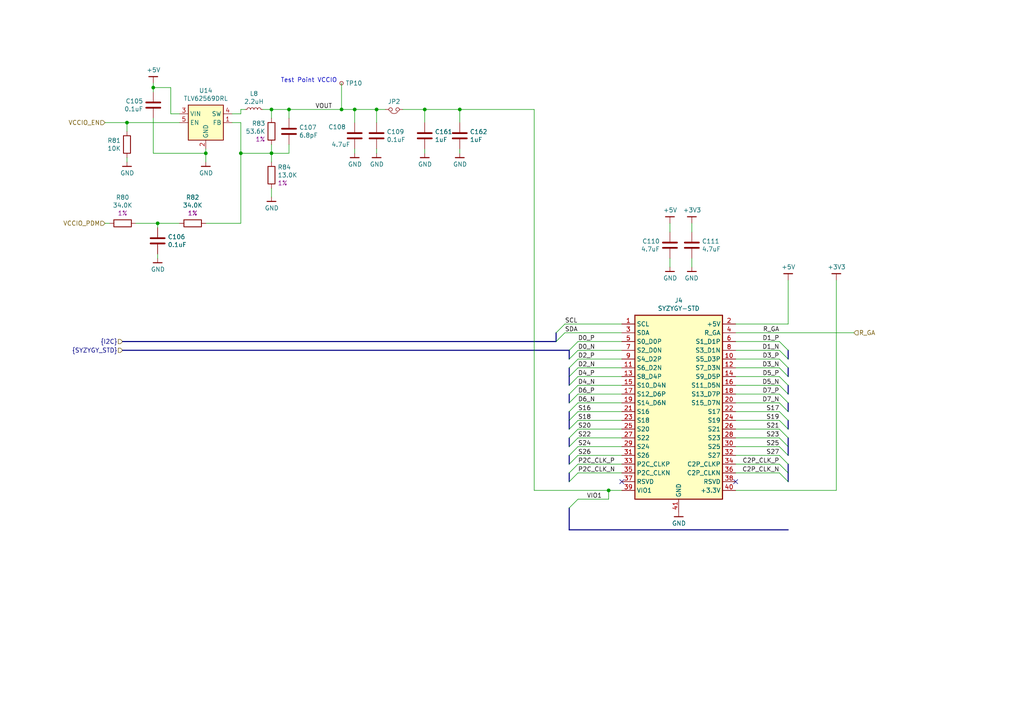
<source format=kicad_sch>
(kicad_sch (version 20200618) (host eeschema "5.99.0-unknown-73168a9~101~ubuntu18.04.1")
  (page 1 18)
  (paper "A4")
  (title_block (title "ButterStick") (date "2020-07-17") (rev "r1.0") (company "GsD") (comment 1 "Functional prototyping board for the Lattice ECP5."))
  (lib_symbols
    (symbol "Connector:TestPoint_Small" (pin_numbers hide) (pin_names (offset 0.762) hide)
      (property "Reference" "TP" (at 0 3.81 0))
      (property "Value" "TestPoint_Small" (at 0 2.032 0))
      (symbol "TestPoint_Small_0_1"
        (circle (center 0 0) (radius 0.508))
      )
      (symbol "TestPoint_Small_1_1"
        (pin passive line (at 0 0 90) (length 0) (name "1") (number "1"))
      )
    )
    (symbol "Device:C" (pin_numbers hide) (pin_names (offset 0.254))
      (property "Reference" "C" (at 0.635 2.54 0))
      (property "Value" "C" (at 0.635 -2.54 0))
      (symbol "C_0_1"
        (polyline (pts (xy -2.032 -0.762) (xy 2.032 -0.762)) (stroke (width 0.508)))
        (polyline (pts (xy -2.032 0.762) (xy 2.032 0.762)) (stroke (width 0.508)))
      )
      (symbol "C_1_1"
        (pin passive line (at 0 3.81 270) (length 2.794) (name "~") (number "1"))
        (pin passive line (at 0 -3.81 90) (length 2.794) (name "~") (number "2"))
      )
    )
    (symbol "Device:Jumper_NC_Small" (pin_numbers hide) (pin_names (offset 0.762) hide)
      (property "Reference" "JP" (at 0 2.032 0))
      (property "Value" "Jumper_NC_Small" (at 0.254 -1.524 0))
      (symbol "Jumper_NC_Small_0_1"
        (arc (start 1.016 0.762) (end -1.016 0.762) (radius (at 0 -0.254) (length 1.4478) (angles 45 135)))
        (circle (center -1.016 0) (radius 0.508))
        (circle (center 1.016 0) (radius 0.508))
        (pin passive line (at -2.54 0 0) (length 1.016) (name "1") (number "1"))
        (pin passive line (at 2.54 0 180) (length 1.016) (name "2") (number "2"))
      )
    )
    (symbol "Device:L_Small" (pin_numbers hide) (pin_names (offset 0.254) hide)
      (property "Reference" "L" (at 0.762 1.016 0))
      (property "Value" "L_Small" (at 0.762 -1.016 0))
      (symbol "L_Small_0_1"
        (arc (start 0 -2.032) (end 0 -1.016) (radius (at 0 -1.524) (length 0.508) (angles -89.9 89.9)))
        (arc (start 0 -1.016) (end 0 0) (radius (at 0 -0.508) (length 0.508) (angles -89.9 89.9)))
        (arc (start 0 0) (end 0 1.016) (radius (at 0 0.508) (length 0.508) (angles -89.9 89.9)))
        (arc (start 0 1.016) (end 0 2.032) (radius (at 0 1.524) (length 0.508) (angles -89.9 89.9)))
      )
      (symbol "L_Small_1_1"
        (pin passive line (at 0 2.54 270) (length 0.508) (name "~") (number "1"))
        (pin passive line (at 0 -2.54 90) (length 0.508) (name "~") (number "2"))
      )
    )
    (symbol "Device:R" (pin_numbers hide) (pin_names (offset 0))
      (property "Reference" "R" (at 2.032 0 90))
      (property "Value" "R" (at 0 0 90))
      (symbol "R_0_1"
        (rectangle (start -1.016 -2.54) (end 1.016 2.54) (stroke (width 0.254)))
      )
      (symbol "R_1_1"
        (pin passive line (at 0 3.81 270) (length 1.27) (name "~") (number "1"))
        (pin passive line (at 0 -3.81 90) (length 1.27) (name "~") (number "2"))
      )
    )
    (symbol "Device:R_1" (pin_numbers hide) (pin_names (offset 0))
      (property "Reference" "R" (at 2.032 0 90))
      (property "Value" "R" (at 0 0 90))
      (symbol "R_1_0_1"
        (rectangle (start -1.016 -2.54) (end 1.016 2.54) (stroke (width 0.254)))
      )
      (symbol "R_1_1_1"
        (pin passive line (at 0 3.81 270) (length 1.27) (name "~") (number "1"))
        (pin passive line (at 0 -3.81 90) (length 1.27) (name "~") (number "2"))
      )
    )
    (symbol "Device:R_2" (pin_numbers hide) (pin_names (offset 0))
      (property "Reference" "R" (at 2.032 0 90))
      (property "Value" "R" (at 0 0 90))
      (symbol "R_2_0_1"
        (rectangle (start -1.016 -2.54) (end 1.016 2.54) (stroke (width 0.254)))
      )
      (symbol "R_2_1_1"
        (pin passive line (at 0 3.81 270) (length 1.27) (name "~") (number "1"))
        (pin passive line (at 0 -3.81 90) (length 1.27) (name "~") (number "2"))
      )
    )
    (symbol "Device:R_3" (pin_numbers hide) (pin_names (offset 0))
      (property "Reference" "R" (at 2.032 0 90))
      (property "Value" "R" (at 0 0 90))
      (symbol "R_3_0_1"
        (rectangle (start -1.016 -2.54) (end 1.016 2.54) (stroke (width 0.254)))
      )
      (symbol "R_3_1_1"
        (pin passive line (at 0 3.81 270) (length 1.27) (name "~") (number "1"))
        (pin passive line (at 0 -3.81 90) (length 1.27) (name "~") (number "2"))
      )
    )
    (symbol "Device:R_4" (pin_numbers hide) (pin_names (offset 0))
      (property "Reference" "R" (at 2.032 0 90))
      (property "Value" "R" (at 0 0 90))
      (symbol "R_4_0_1"
        (rectangle (start -1.016 -2.54) (end 1.016 2.54) (stroke (width 0.254)))
      )
      (symbol "R_4_1_1"
        (pin passive line (at 0 3.81 270) (length 1.27) (name "~") (number "1"))
        (pin passive line (at 0 -3.81 90) (length 1.27) (name "~") (number "2"))
      )
    )
    (symbol "Regulator_Switching:TLV62569DRL" (pin_names (offset 0.508))
      (property "Reference" "U" (at -5.08 6.35 0))
      (property "Value" "TLV62569DRL" (at 0 6.35 0))
      (symbol "TLV62569DRL_0_1"
        (rectangle (start -5.08 5.08) (end 5.08 -5.08) (stroke (width 0.254)) (fill (type background)))
      )
      (symbol "TLV62569DRL_1_1"
        (pin input line (at 7.62 0 180) (length 2.54) (name "FB") (number "1"))
        (pin power_in line (at 0 -7.62 90) (length 2.54) (name "GND") (number "2"))
        (pin power_in line (at -7.62 2.54 0) (length 2.54) (name "VIN") (number "3"))
        (pin power_out line (at 7.62 2.54 180) (length 2.54) (name "SW") (number "4"))
        (pin input line (at -7.62 0 0) (length 2.54) (name "EN") (number "5"))
        (pin unconnected line (at 5.08 -2.54 180) (length 2.54) hide (name "NC") (number "6"))
      )
    )
    (symbol "gkl_misc:SYZYGY-STD"
      (property "Reference" "J" (at 0 27.94 0))
      (property "Value" "SYZYGY-STD" (at 0 25.4 0))
      (symbol "SYZYGY-STD_0_1"
        (rectangle (start -12.7 24.13) (end 12.7 -29.21) (stroke (width 0.3302)) (fill (type background)))
      )
      (symbol "SYZYGY-STD_1_1"
        (pin input line (at -16.51 21.59 0) (length 3.81) (name "SCL") (number "1"))
        (pin input line (at 16.51 11.43 180) (length 3.81) (name "S5_D3P") (number "10"))
        (pin input line (at -16.51 8.89 0) (length 3.81) (name "S6_D2N") (number "11"))
        (pin input line (at 16.51 8.89 180) (length 3.81) (name "S7_D3N") (number "12"))
        (pin input line (at -16.51 6.35 0) (length 3.81) (name "S8_D4P") (number "13"))
        (pin input line (at 16.51 6.35 180) (length 3.81) (name "S9_D5P") (number "14"))
        (pin input line (at -16.51 3.81 0) (length 3.81) (name "S10_D4N") (number "15"))
        (pin input line (at 16.51 3.81 180) (length 3.81) (name "S11_D5N") (number "16"))
        (pin input line (at -16.51 1.27 0) (length 3.81) (name "S12_D6P") (number "17"))
        (pin input line (at 16.51 1.27 180) (length 3.81) (name "S13_D7P") (number "18"))
        (pin input line (at -16.51 -1.27 0) (length 3.81) (name "S14_D6N") (number "19"))
        (pin input line (at 16.51 21.59 180) (length 3.81) (name "+5V") (number "2"))
        (pin input line (at 16.51 -1.27 180) (length 3.81) (name "S15_D7N") (number "20"))
        (pin input line (at -16.51 -3.81 0) (length 3.81) (name "S16") (number "21"))
        (pin input line (at 16.51 -3.81 180) (length 3.81) (name "S17") (number "22"))
        (pin input line (at -16.51 -6.35 0) (length 3.81) (name "S18") (number "23"))
        (pin input line (at 16.51 -6.35 180) (length 3.81) (name "S19") (number "24"))
        (pin input line (at -16.51 -8.89 0) (length 3.81) (name "S20") (number "25"))
        (pin input line (at 16.51 -8.89 180) (length 3.81) (name "S21") (number "26"))
        (pin input line (at -16.51 -11.43 0) (length 3.81) (name "S22") (number "27"))
        (pin input line (at 16.51 -11.43 180) (length 3.81) (name "S23") (number "28"))
        (pin input line (at -16.51 -13.97 0) (length 3.81) (name "S24") (number "29"))
        (pin input line (at -16.51 19.05 0) (length 3.81) (name "SDA") (number "3"))
        (pin input line (at 16.51 -13.97 180) (length 3.81) (name "S25") (number "30"))
        (pin input line (at -16.51 -16.51 0) (length 3.81) (name "S26") (number "31"))
        (pin input line (at 16.51 -16.51 180) (length 3.81) (name "S27") (number "32"))
        (pin input line (at -16.51 -19.05 0) (length 3.81) (name "P2C_CLKP") (number "33"))
        (pin input line (at 16.51 -19.05 180) (length 3.81) (name "C2P_CLKP") (number "34"))
        (pin input line (at -16.51 -21.59 0) (length 3.81) (name "P2C_CLKN") (number "35"))
        (pin input line (at 16.51 -21.59 180) (length 3.81) (name "C2P_CLKN") (number "36"))
        (pin input line (at -16.51 -24.13 0) (length 3.81) (name "RSVD") (number "37"))
        (pin input line (at 16.51 -24.13 180) (length 3.81) (name "RSVD") (number "38"))
        (pin input line (at -16.51 -26.67 0) (length 3.81) (name "VIO1") (number "39"))
        (pin input line (at 16.51 19.05 180) (length 3.81) (name "R_GA") (number "4"))
        (pin input line (at 16.51 -26.67 180) (length 3.81) (name "+3.3V") (number "40"))
        (pin input line (at 0 -33.02 90) (length 3.81) (name "GND") (number "41"))
        (pin input line (at -16.51 16.51 0) (length 3.81) (name "S0_D0P") (number "5"))
        (pin input line (at 16.51 16.51 180) (length 3.81) (name "S1_D1P") (number "6"))
        (pin input line (at -16.51 13.97 0) (length 3.81) (name "S2_D0N") (number "7"))
        (pin input line (at 16.51 13.97 180) (length 3.81) (name "S3_D1N") (number "8"))
        (pin input line (at -16.51 11.43 0) (length 3.81) (name "S4_D2P") (number "9"))
      )
    )
    (symbol "gkl_power:+3V3" (power) (pin_names (offset 0))
      (property "Value" "+3V3" (at 0 3.556 0))
      (symbol "+3V3_0_1"
        (polyline (pts (xy -1.27 1.905) (xy 1.27 1.905)) (stroke (width 0.3048)))
        (polyline (pts (xy 0 0) (xy 0 1.905)))
      )
      (symbol "+3V3_1_1"
        (pin power_in line (at 0 0 90) (length 0) hide (name "+3V3") (number "1"))
      )
    )
    (symbol "gkl_power:+5V" (power) (pin_names (offset 0))
      (property "Value" "+5V" (at 0 3.175 0))
      (symbol "+5V_0_1"
        (polyline (pts (xy -1.27 1.905) (xy 1.27 1.905)) (stroke (width 0.3048)))
        (polyline (pts (xy 0 0) (xy 0 1.905)))
      )
      (symbol "+5V_1_1"
        (pin power_in line (at 0 0 90) (length 0) hide (name "+5V") (number "1"))
      )
    )
    (symbol "gkl_power:GND" (power) (pin_names (offset 0))
      (property "Value" "GND" (at 0 -2.54 0))
      (symbol "GND_0_1"
        (polyline (pts (xy 0 -1.27) (xy 0 0)))
        (polyline (pts (xy 1.27 -1.27) (xy -1.27 -1.27)) (stroke (width 0.3048)))
      )
      (symbol "GND_1_1"
        (pin power_in line (at 0 0 270) (length 0) hide (name "GND") (number "1"))
      )
    )
  )
  (junction (at 36.83 35.56))
  (junction (at 44.45 25.4))
  (junction (at 45.72 64.77))
  (junction (at 59.69 44.45))
  (junction (at 69.85 44.45))
  (junction (at 78.74 31.75))
  (junction (at 78.74 44.45))
  (junction (at 83.82 31.75))
  (junction (at 99.06 31.75))
  (junction (at 102.87 31.75))
  (junction (at 109.22 31.75))
  (junction (at 123.19 31.75))
  (junction (at 133.35 31.75))
  (junction (at 176.53 142.24))
  (no_connect (at 213.36 139.7))
  (no_connect (at 180.34 139.7))
  (bus_entry (at 161.29 96.52) (size 2.54 -2.54) (stroke (width 0.1524)))
  (bus_entry (at 161.29 99.06) (size 2.54 -2.54) (stroke (width 0.1524)))
  (bus_entry (at 165.1 101.6) (size 2.54 -2.54) (stroke (width 0.1524)))
  (bus_entry (at 165.1 104.14) (size 2.54 -2.54) (stroke (width 0.1524)))
  (bus_entry (at 165.1 106.68) (size 2.54 -2.54) (stroke (width 0.1524)))
  (bus_entry (at 165.1 109.22) (size 2.54 -2.54) (stroke (width 0.1524)))
  (bus_entry (at 165.1 111.76) (size 2.54 -2.54) (stroke (width 0.1524)))
  (bus_entry (at 165.1 114.3) (size 2.54 -2.54) (stroke (width 0.1524)))
  (bus_entry (at 165.1 116.84) (size 2.54 -2.54) (stroke (width 0.1524)))
  (bus_entry (at 165.1 119.38) (size 2.54 -2.54) (stroke (width 0.1524)))
  (bus_entry (at 165.1 121.92) (size 2.54 -2.54) (stroke (width 0.1524)))
  (bus_entry (at 165.1 124.46) (size 2.54 -2.54) (stroke (width 0.1524)))
  (bus_entry (at 165.1 127) (size 2.54 -2.54) (stroke (width 0.1524)))
  (bus_entry (at 165.1 129.54) (size 2.54 -2.54) (stroke (width 0.1524)))
  (bus_entry (at 165.1 132.08) (size 2.54 -2.54) (stroke (width 0.1524)))
  (bus_entry (at 165.1 134.62) (size 2.54 -2.54) (stroke (width 0.1524)))
  (bus_entry (at 165.1 137.16) (size 2.54 -2.54) (stroke (width 0.1524)))
  (bus_entry (at 165.1 139.7) (size 2.54 -2.54) (stroke (width 0.1524)))
  (bus_entry (at 165.1 147.32) (size 2.54 -2.54) (stroke (width 0.1524)))
  (bus_entry (at 228.6 101.6) (size -2.54 -2.54) (stroke (width 0.1524)))
  (bus_entry (at 228.6 104.14) (size -2.54 -2.54) (stroke (width 0.1524)))
  (bus_entry (at 228.6 106.68) (size -2.54 -2.54) (stroke (width 0.1524)))
  (bus_entry (at 228.6 109.22) (size -2.54 -2.54) (stroke (width 0.1524)))
  (bus_entry (at 228.6 111.76) (size -2.54 -2.54) (stroke (width 0.1524)))
  (bus_entry (at 228.6 114.3) (size -2.54 -2.54) (stroke (width 0.1524)))
  (bus_entry (at 228.6 116.84) (size -2.54 -2.54) (stroke (width 0.1524)))
  (bus_entry (at 228.6 119.38) (size -2.54 -2.54) (stroke (width 0.1524)))
  (bus_entry (at 228.6 121.92) (size -2.54 -2.54) (stroke (width 0.1524)))
  (bus_entry (at 228.6 124.46) (size -2.54 -2.54) (stroke (width 0.1524)))
  (bus_entry (at 228.6 127) (size -2.54 -2.54) (stroke (width 0.1524)))
  (bus_entry (at 228.6 129.54) (size -2.54 -2.54) (stroke (width 0.1524)))
  (bus_entry (at 228.6 132.08) (size -2.54 -2.54) (stroke (width 0.1524)))
  (bus_entry (at 228.6 134.62) (size -2.54 -2.54) (stroke (width 0.1524)))
  (bus_entry (at 228.6 137.16) (size -2.54 -2.54) (stroke (width 0.1524)))
  (bus_entry (at 228.6 139.7) (size -2.54 -2.54) (stroke (width 0.1524)))
  (wire (pts (xy 30.48 35.56) (xy 36.83 35.56)))
  (wire (pts (xy 30.48 64.77) (xy 31.75 64.77)))
  (wire (pts (xy 36.83 35.56) (xy 36.83 38.1)))
  (wire (pts (xy 36.83 35.56) (xy 52.07 35.56)))
  (wire (pts (xy 36.83 45.72) (xy 36.83 46.99)))
  (wire (pts (xy 39.37 64.77) (xy 45.72 64.77)))
  (wire (pts (xy 44.45 24.13) (xy 44.45 25.4)))
  (wire (pts (xy 44.45 25.4) (xy 44.45 26.67)))
  (wire (pts (xy 44.45 34.29) (xy 44.45 44.45)))
  (wire (pts (xy 44.45 44.45) (xy 59.69 44.45)))
  (wire (pts (xy 45.72 64.77) (xy 52.07 64.77)))
  (wire (pts (xy 45.72 66.04) (xy 45.72 64.77)))
  (wire (pts (xy 45.72 73.66) (xy 45.72 74.93)))
  (wire (pts (xy 49.53 25.4) (xy 44.45 25.4)))
  (wire (pts (xy 49.53 25.4) (xy 49.53 33.02)))
  (wire (pts (xy 52.07 33.02) (xy 49.53 33.02)))
  (wire (pts (xy 59.69 44.45) (xy 59.69 43.18)))
  (wire (pts (xy 59.69 44.45) (xy 59.69 46.99)))
  (wire (pts (xy 59.69 64.77) (xy 69.85 64.77)))
  (wire (pts (xy 67.31 33.02) (xy 69.85 33.02)))
  (wire (pts (xy 67.31 35.56) (xy 69.85 35.56)))
  (wire (pts (xy 69.85 31.75) (xy 71.12 31.75)))
  (wire (pts (xy 69.85 33.02) (xy 69.85 31.75)))
  (wire (pts (xy 69.85 35.56) (xy 69.85 44.45)))
  (wire (pts (xy 69.85 44.45) (xy 69.85 64.77)))
  (wire (pts (xy 69.85 44.45) (xy 78.74 44.45)))
  (wire (pts (xy 76.2 31.75) (xy 78.74 31.75)))
  (wire (pts (xy 78.74 31.75) (xy 78.74 34.29)))
  (wire (pts (xy 78.74 31.75) (xy 83.82 31.75)))
  (wire (pts (xy 78.74 41.91) (xy 78.74 44.45)))
  (wire (pts (xy 78.74 44.45) (xy 78.74 46.99)))
  (wire (pts (xy 78.74 54.61) (xy 78.74 57.15)))
  (wire (pts (xy 83.82 31.75) (xy 83.82 34.29)))
  (wire (pts (xy 83.82 31.75) (xy 99.06 31.75)))
  (wire (pts (xy 83.82 41.91) (xy 83.82 44.45)))
  (wire (pts (xy 83.82 44.45) (xy 78.74 44.45)))
  (wire (pts (xy 99.06 24.13) (xy 99.06 31.75)))
  (wire (pts (xy 99.06 31.75) (xy 102.87 31.75)))
  (wire (pts (xy 102.87 35.56) (xy 102.87 31.75)))
  (wire (pts (xy 102.87 43.18) (xy 102.87 44.45)))
  (wire (pts (xy 109.22 31.75) (xy 102.87 31.75)))
  (wire (pts (xy 109.22 31.75) (xy 109.22 35.56)))
  (wire (pts (xy 109.22 31.75) (xy 111.76 31.75)))
  (wire (pts (xy 109.22 43.18) (xy 109.22 44.45)))
  (wire (pts (xy 116.84 31.75) (xy 123.19 31.75)))
  (wire (pts (xy 123.19 31.75) (xy 123.19 35.56)))
  (wire (pts (xy 123.19 31.75) (xy 133.35 31.75)))
  (wire (pts (xy 123.19 43.18) (xy 123.19 44.45)))
  (wire (pts (xy 133.35 31.75) (xy 133.35 35.56)))
  (wire (pts (xy 133.35 31.75) (xy 154.94 31.75)))
  (wire (pts (xy 133.35 43.18) (xy 133.35 44.45)))
  (wire (pts (xy 154.94 31.75) (xy 154.94 142.24)))
  (wire (pts (xy 154.94 142.24) (xy 176.53 142.24)))
  (wire (pts (xy 163.83 93.98) (xy 180.34 93.98)))
  (wire (pts (xy 163.83 96.52) (xy 180.34 96.52)))
  (wire (pts (xy 167.64 99.06) (xy 180.34 99.06)))
  (wire (pts (xy 167.64 101.6) (xy 180.34 101.6)))
  (wire (pts (xy 167.64 104.14) (xy 180.34 104.14)))
  (wire (pts (xy 167.64 106.68) (xy 180.34 106.68)))
  (wire (pts (xy 167.64 109.22) (xy 180.34 109.22)))
  (wire (pts (xy 167.64 111.76) (xy 180.34 111.76)))
  (wire (pts (xy 167.64 114.3) (xy 180.34 114.3)))
  (wire (pts (xy 167.64 116.84) (xy 180.34 116.84)))
  (wire (pts (xy 167.64 119.38) (xy 180.34 119.38)))
  (wire (pts (xy 167.64 121.92) (xy 180.34 121.92)))
  (wire (pts (xy 167.64 124.46) (xy 180.34 124.46)))
  (wire (pts (xy 167.64 127) (xy 180.34 127)))
  (wire (pts (xy 167.64 129.54) (xy 180.34 129.54)))
  (wire (pts (xy 167.64 132.08) (xy 180.34 132.08)))
  (wire (pts (xy 167.64 134.62) (xy 180.34 134.62)))
  (wire (pts (xy 167.64 137.16) (xy 180.34 137.16)))
  (wire (pts (xy 167.64 144.78) (xy 176.53 144.78)))
  (wire (pts (xy 176.53 142.24) (xy 180.34 142.24)))
  (wire (pts (xy 176.53 144.78) (xy 176.53 142.24)))
  (wire (pts (xy 194.31 64.77) (xy 194.31 67.31)))
  (wire (pts (xy 194.31 74.93) (xy 194.31 77.47)))
  (wire (pts (xy 200.66 64.77) (xy 200.66 67.31)))
  (wire (pts (xy 200.66 74.93) (xy 200.66 77.47)))
  (wire (pts (xy 213.36 93.98) (xy 228.6 93.98)))
  (wire (pts (xy 213.36 96.52) (xy 247.65 96.52)))
  (wire (pts (xy 213.36 99.06) (xy 226.06 99.06)))
  (wire (pts (xy 213.36 101.6) (xy 226.06 101.6)))
  (wire (pts (xy 213.36 104.14) (xy 226.06 104.14)))
  (wire (pts (xy 213.36 106.68) (xy 226.06 106.68)))
  (wire (pts (xy 213.36 109.22) (xy 226.06 109.22)))
  (wire (pts (xy 213.36 111.76) (xy 226.06 111.76)))
  (wire (pts (xy 213.36 114.3) (xy 226.06 114.3)))
  (wire (pts (xy 213.36 116.84) (xy 226.06 116.84)))
  (wire (pts (xy 213.36 119.38) (xy 226.06 119.38)))
  (wire (pts (xy 213.36 121.92) (xy 226.06 121.92)))
  (wire (pts (xy 213.36 124.46) (xy 226.06 124.46)))
  (wire (pts (xy 213.36 127) (xy 226.06 127)))
  (wire (pts (xy 213.36 129.54) (xy 226.06 129.54)))
  (wire (pts (xy 213.36 132.08) (xy 226.06 132.08)))
  (wire (pts (xy 213.36 134.62) (xy 226.06 134.62)))
  (wire (pts (xy 213.36 137.16) (xy 226.06 137.16)))
  (wire (pts (xy 213.36 142.24) (xy 242.57 142.24)))
  (wire (pts (xy 228.6 93.98) (xy 228.6 81.28)))
  (wire (pts (xy 242.57 142.24) (xy 242.57 81.28)))
  (bus (pts (xy 35.56 99.06) (xy 161.29 99.06)))
  (bus (pts (xy 35.56 101.6) (xy 165.1 101.6)))
  (bus (pts (xy 161.29 96.52) (xy 161.29 99.06)))
  (bus (pts (xy 165.1 101.6) (xy 165.1 106.68)))
  (bus (pts (xy 165.1 106.68) (xy 165.1 109.22)))
  (bus (pts (xy 165.1 109.22) (xy 165.1 114.3)))
  (bus (pts (xy 165.1 114.3) (xy 165.1 119.38)))
  (bus (pts (xy 165.1 119.38) (xy 165.1 121.92)))
  (bus (pts (xy 165.1 121.92) (xy 165.1 127)))
  (bus (pts (xy 165.1 127) (xy 165.1 132.08)))
  (bus (pts (xy 165.1 132.08) (xy 165.1 137.16)))
  (bus (pts (xy 165.1 137.16) (xy 165.1 147.32)))
  (bus (pts (xy 165.1 147.32) (xy 165.1 153.67)))
  (bus (pts (xy 165.1 153.67) (xy 228.6 153.67)))
  (bus (pts (xy 228.6 101.6) (xy 228.6 106.68)))
  (bus (pts (xy 228.6 106.68) (xy 228.6 111.76)))
  (bus (pts (xy 228.6 111.76) (xy 228.6 116.84)))
  (bus (pts (xy 228.6 116.84) (xy 228.6 121.92)))
  (bus (pts (xy 228.6 121.92) (xy 228.6 127)))
  (bus (pts (xy 228.6 127) (xy 228.6 129.54)))
  (bus (pts (xy 228.6 129.54) (xy 228.6 134.62)))
  (bus (pts (xy 228.6 134.62) (xy 228.6 137.16)))
  (bus (pts (xy 228.6 137.16) (xy 228.6 153.67)))
  (text "Test Point VCCIO" (at 97.79 24.13 180) (effects (font (size 1.27 1.27)) (justify right bottom)))
  (label "VOUT" (at 91.44 31.75 0))
  (label "SCL" (at 163.83 93.98 0))
  (label "SDA" (at 163.83 96.52 0))
  (label "D0_P" (at 167.64 99.06 0))
  (label "D0_N" (at 167.64 101.6 0))
  (label "D2_P" (at 167.64 104.14 0))
  (label "D2_N" (at 167.64 106.68 0))
  (label "D4_P" (at 167.64 109.22 0))
  (label "D4_N" (at 167.64 111.76 0))
  (label "D6_P" (at 167.64 114.3 0))
  (label "D6_N" (at 167.64 116.84 0))
  (label "S16" (at 167.64 119.38 0))
  (label "S18" (at 167.64 121.92 0))
  (label "S20" (at 167.64 124.46 0))
  (label "S22" (at 167.64 127 0))
  (label "S24" (at 167.64 129.54 0))
  (label "S26" (at 167.64 132.08 0))
  (label "P2C_CLK_P" (at 167.64 134.62 0))
  (label "P2C_CLK_N" (at 167.64 137.16 0))
  (label "VIO1" (at 170.18 144.78 0))
  (label "R_GA" (at 226.06 96.52 180))
  (label "D1_P" (at 226.06 99.06 180))
  (label "D1_N" (at 226.06 101.6 180))
  (label "D3_P" (at 226.06 104.14 180))
  (label "D3_N" (at 226.06 106.68 180))
  (label "D5_P" (at 226.06 109.22 180))
  (label "D5_N" (at 226.06 111.76 180))
  (label "D7_P" (at 226.06 114.3 180))
  (label "D7_N" (at 226.06 116.84 180))
  (label "S17" (at 226.06 119.38 180))
  (label "S19" (at 226.06 121.92 180))
  (label "S21" (at 226.06 124.46 180))
  (label "S23" (at 226.06 127 180))
  (label "S25" (at 226.06 129.54 180))
  (label "S27" (at 226.06 132.08 180))
  (label "C2P_CLK_P" (at 226.06 134.62 180))
  (label "C2P_CLK_N" (at 226.06 137.16 180))
  (hierarchical_label "VCCIO_EN" (shape input) (at 30.48 35.56 180))
  (hierarchical_label "VCCIO_PDM" (shape input) (at 30.48 64.77 180))
  (hierarchical_label "{I2C}" (shape input) (at 35.56 99.06 180))
  (hierarchical_label "{SYZYGY_STD}" (shape input) (at 35.56 101.6 180))
  (hierarchical_label "R_GA" (shape input) (at 247.65 96.52 0))
  (symbol (lib_id "Connector:TestPoint_Small") (at 99.06 24.13 0)
    (property "Reference" "TP10" (at 100.2031 24.13 0) (effects (justify left)))
    (property "Value" "TestPoint_Small" (effects hide))
    (property "Footprint" "TestPoint:TestPoint_Pad_D1.5mm" (effects hide))
    (property "PN" "DNP" (effects hide))
  )
  (symbol (lib_id "Device:L_Small") (at 73.66 31.75 90)
    (property "Reference" "L8" (at 73.66 27.1588 90))
    (property "Value" "2.2uH" (at 73.66 29.4575 90))
    (property "Footprint" "Inductor_SMD:L_0805_2012Metric" (effects hide))
    (property "Mfg" "Sunltech Tech" (effects hide))
    (property "PN" "SLM20122R2MIT" (effects hide))
  )
  (symbol (lib_id "gkl_power:GND") (at 36.83 46.99 0)
    (property "Reference" "#PWR0181" (effects hide))
    (property "Value" "GND" (at 36.9062 50.1904 0))
  )
  (symbol (lib_id "gkl_power:GND") (at 45.72 74.93 0)
    (property "Reference" "#PWR0182" (effects hide))
    (property "Value" "GND" (at 45.7962 78.1304 0))
  )
  (symbol (lib_id "gkl_power:GND") (at 59.69 46.99 0)
    (property "Reference" "#PWR0183" (effects hide))
    (property "Value" "GND" (at 59.7662 50.1904 0))
  )
  (symbol (lib_id "gkl_power:GND") (at 78.74 57.15 0)
    (property "Reference" "#PWR0184" (effects hide))
    (property "Value" "GND" (at 78.8162 60.3504 0))
  )
  (symbol (lib_id "gkl_power:GND") (at 102.87 44.45 0)
    (property "Reference" "#PWR0185" (effects hide))
    (property "Value" "GND" (at 102.9462 47.6504 0))
  )
  (symbol (lib_id "gkl_power:GND") (at 109.22 44.45 0)
    (property "Reference" "#PWR0186" (effects hide))
    (property "Value" "GND" (at 109.2962 47.6504 0))
  )
  (symbol (lib_id "gkl_power:GND") (at 123.19 44.45 0)
    (property "Reference" "#PWR0253" (effects hide))
    (property "Value" "GND" (at 123.2662 47.6504 0))
  )
  (symbol (lib_id "gkl_power:GND") (at 133.35 44.45 0)
    (property "Reference" "#PWR0254" (effects hide))
    (property "Value" "GND" (at 133.4262 47.6504 0))
  )
  (symbol (lib_id "gkl_power:GND") (at 194.31 77.47 0)
    (property "Reference" "#PWR0188" (effects hide))
    (property "Value" "GND" (at 194.3862 80.6704 0))
  )
  (symbol (lib_id "gkl_power:GND") (at 196.85 148.59 0)
    (property "Reference" "#PWR0189" (effects hide))
    (property "Value" "GND" (at 196.9262 151.7904 0))
  )
  (symbol (lib_id "gkl_power:GND") (at 200.66 77.47 0) (mirror y)
    (property "Reference" "#PWR0191" (effects hide))
    (property "Value" "GND" (at 200.5838 80.6704 0))
  )
  (symbol (lib_id "gkl_power:+5V") (at 44.45 24.13 0)
    (property "Reference" "#PWR0179" (effects hide))
    (property "Value" "+5V" (at 44.5262 20.2946 0))
  )
  (symbol (lib_id "gkl_power:+5V") (at 194.31 64.77 0)
    (property "Reference" "#PWR0187" (effects hide))
    (property "Value" "+5V" (at 194.3862 60.9346 0))
  )
  (symbol (lib_id "gkl_power:+3V3") (at 200.66 64.77 0)
    (property "Reference" "#PWR0190" (effects hide))
    (property "Value" "+3V3" (at 200.7362 60.9346 0))
  )
  (symbol (lib_id "gkl_power:+5V") (at 228.6 81.28 0)
    (property "Reference" "#PWR0192" (effects hide))
    (property "Value" "+5V" (at 228.6762 77.4446 0))
  )
  (symbol (lib_id "gkl_power:+3V3") (at 242.57 81.28 0)
    (property "Reference" "#PWR0193" (effects hide))
    (property "Value" "+3V3" (at 242.6462 77.4446 0))
  )
  (symbol (lib_id "Device:Jumper_NC_Small") (at 114.3 31.75 0) (mirror x)
    (property "Reference" "JP2" (at 114.3 29.4576 0))
    (property "Value" "Jumper_NC" (effects hide))
    (property "Footprint" "Jumper:SolderJumper-2_P1.3mm_Bridged2Bar_RoundedPad1.0x1.5mm" (effects hide))
    (property "PN" "DNP" (effects hide))
  )
  (symbol (lib_name "Device:R_3") (lib_id "Device:R") (at 35.56 64.77 270)
    (property "Reference" "R80" (at 35.56 57.2452 90))
    (property "Value" "34.0K" (at 35.56 59.5439 90))
    (property "Footprint" "Resistor_SMD:R_0402_1005Metric" (effects hide))
    (property "PN" "RC0402FR-0734KL" (effects hide))
    (property "Mfg" "Yageo" (effects hide))
    (property "Tol" "1%" (at 35.56 61.8426 90))
  )
  (symbol (lib_id "Device:R") (at 36.83 41.91 180)
    (property "Reference" "R81" (at 35.0519 40.7606 0) (effects (justify left)))
    (property "Value" "10K" (at 35.0519 43.0593 0) (effects (justify left)))
    (property "Footprint" "Resistor_SMD:R_0402_1005Metric" (effects hide))
    (property "PN" "RC0402FR-0710KL" (effects hide))
    (property "Mfg" "Yageo" (effects hide))
  )
  (symbol (lib_name "Device:R_4") (lib_id "Device:R") (at 55.88 64.77 270)
    (property "Reference" "R82" (at 55.88 57.2452 90))
    (property "Value" "34.0K" (at 55.88 59.5439 90))
    (property "Footprint" "Resistor_SMD:R_0402_1005Metric" (effects hide))
    (property "PN" "RC0402FR-0734KL" (effects hide))
    (property "Mfg" "Yageo" (effects hide))
    (property "Tol" "1%" (at 55.88 61.8426 90))
  )
  (symbol (lib_name "Device:R_1") (lib_id "Device:R") (at 78.74 38.1 180)
    (property "Reference" "R83" (at 76.962 35.8013 0) (effects (justify left)))
    (property "Value" "53.6K" (at 76.962 38.1 0) (effects (justify left)))
    (property "Footprint" "Resistor_SMD:R_0402_1005Metric" (effects hide))
    (property "PN" "RC0402FR-0753K6L" (effects hide))
    (property "Mfg" "Yageo" (effects hide))
    (property "Tol" "1%" (at 76.962 40.3987 0) (effects (justify left)))
  )
  (symbol (lib_name "Device:R_2") (lib_id "Device:R") (at 78.74 50.8 180)
    (property "Reference" "R84" (at 80.5181 48.5013 0) (effects (justify right)))
    (property "Value" "13.0K" (at 80.5181 50.8 0) (effects (justify right)))
    (property "Footprint" "Resistor_SMD:R_0402_1005Metric" (effects hide))
    (property "PN" "RC0402FR-0713KL" (effects hide))
    (property "Mfg" "Yageo" (effects hide))
    (property "Tol" "1%" (at 80.5181 53.0987 0) (effects (justify right)))
  )
  (symbol (lib_id "Device:C") (at 44.45 30.48 0) (mirror y)
    (property "Reference" "C105" (at 41.529 29.337 0) (effects (justify left)))
    (property "Value" "0.1uF" (at 41.529 31.623 0) (effects (justify left)))
    (property "Footprint" "Capacitor_SMD:C_0402_1005Metric" (effects hide))
    (property "Mfg" "Yageo" (effects hide))
    (property "PN" "CC0402KRX5R6BB104" (effects hide))
    (property "Tol" "10V / X5R" (effects hide))
  )
  (symbol (lib_id "Device:C") (at 45.72 69.85 0)
    (property "Reference" "C106" (at 48.641 68.707 0) (effects (justify left)))
    (property "Value" "0.1uF" (at 48.641 70.993 0) (effects (justify left)))
    (property "Footprint" "Capacitor_SMD:C_0402_1005Metric" (effects hide))
    (property "Mfg" "Yageo" (effects hide))
    (property "PN" "CC0402KRX5R6BB104" (effects hide))
    (property "Tol" "10V / X5R" (effects hide))
  )
  (symbol (lib_id "Device:C") (at 83.82 38.1 0)
    (property "Reference" "C107" (at 86.7411 36.9506 0) (effects (justify left)))
    (property "Value" "6.8pF" (at 86.7411 39.2493 0) (effects (justify left)))
    (property "Footprint" "Capacitor_SMD:C_0402_1005Metric" (effects hide))
    (property "Mfg" "Yageo" (effects hide))
    (property "PN" "CC0402CRNPO9BN6R8" (effects hide))
  )
  (symbol (lib_id "Device:C") (at 102.87 39.37 0)
    (property "Reference" "C108" (at 100.33 36.83 0) (effects (justify right)))
    (property "Value" "4.7uF" (at 101.6 41.91 0) (effects (justify right)))
    (property "Footprint" "Capacitor_SMD:C_0603_1608Metric" (effects hide))
    (property "Mfg" "Yageo" (effects hide))
    (property "PN" "CC0603ZRY5V6BB475" (effects hide))
  )
  (symbol (lib_id "Device:C") (at 109.22 39.37 0) (mirror y)
    (property "Reference" "C109" (at 112.141 38.227 0) (effects (justify right)))
    (property "Value" "0.1uF" (at 112.141 40.513 0) (effects (justify right)))
    (property "Footprint" "Capacitor_SMD:C_0402_1005Metric" (effects hide))
    (property "Mfg" "Yageo" (effects hide))
    (property "PN" "CC0402KRX5R6BB104" (effects hide))
    (property "Tol" "10V / X5R" (effects hide))
  )
  (symbol (lib_id "Device:C") (at 123.19 39.37 0) (mirror y)
    (property "Reference" "C161" (at 126.111 38.227 0) (effects (justify right)))
    (property "Value" "1uF" (at 126.111 40.513 0) (effects (justify right)))
    (property "Footprint" "Capacitor_SMD:C_0402_1005Metric" (effects hide))
    (property "Mfg" "Yageo" (effects hide))
    (property "PN" "CC0402KRX5R6BB105" (effects hide))
  )
  (symbol (lib_id "Device:C") (at 133.35 39.37 0) (mirror y)
    (property "Reference" "C162" (at 136.271 38.227 0) (effects (justify right)))
    (property "Value" "1uF" (at 136.271 40.513 0) (effects (justify right)))
    (property "Footprint" "Capacitor_SMD:C_0402_1005Metric" (effects hide))
    (property "Mfg" "Yageo" (effects hide))
    (property "PN" "CC0402KRX5R6BB105" (effects hide))
  )
  (symbol (lib_id "Device:C") (at 194.31 71.12 0)
    (property "Reference" "C110" (at 191.389 69.977 0) (effects (justify right)))
    (property "Value" "4.7uF" (at 191.389 72.263 0) (effects (justify right)))
    (property "Footprint" "Capacitor_SMD:C_0603_1608Metric" (effects hide))
    (property "Mfg" "Yageo" (effects hide))
    (property "PN" "CC0603ZRY5V6BB475" (effects hide))
  )
  (symbol (lib_id "Device:C") (at 200.66 71.12 0) (mirror y)
    (property "Reference" "C111" (at 203.581 69.977 0) (effects (justify right)))
    (property "Value" "4.7uF" (at 203.581 72.263 0) (effects (justify right)))
    (property "Footprint" "Capacitor_SMD:C_0603_1608Metric" (effects hide))
    (property "Mfg" "Yageo" (effects hide))
    (property "PN" "CC0603ZRY5V6BB475" (effects hide))
  )
  (symbol (lib_id "Regulator_Switching:TLV62569DRL") (at 59.69 35.56 0)
    (property "Reference" "U14" (at 59.69 26.2698 0))
    (property "Value" "TLV62569DRL" (at 59.69 28.5685 0))
    (property "Footprint" "Package_TO_SOT_SMD:SOT-563" (effects hide))
    (property "Datasheet" "http://www.ti.com/lit/ds/symlink/tlv62569.pdf" (effects hide))
    (property "Mfg" "Texas Instruments" (effects hide))
    (property "PN" "TLV62569DRLR" (effects hide))
  )
  (symbol (lib_id "gkl_misc:SYZYGY-STD") (at 196.85 115.57 0)
    (property "Reference" "J4" (at 196.85 87.1474 0))
    (property "Value" "SYZYGY-STD" (at 196.85 89.4588 0))
    (property "Footprint" "gkl_conn:SYZYGY_standard_carrier" (effects hide))
    (property "Mfg" "Samtec Inc." (effects hide))
    (property "PN" "QSE-020-01-F-D-A" (effects hide))
  )
)
</source>
